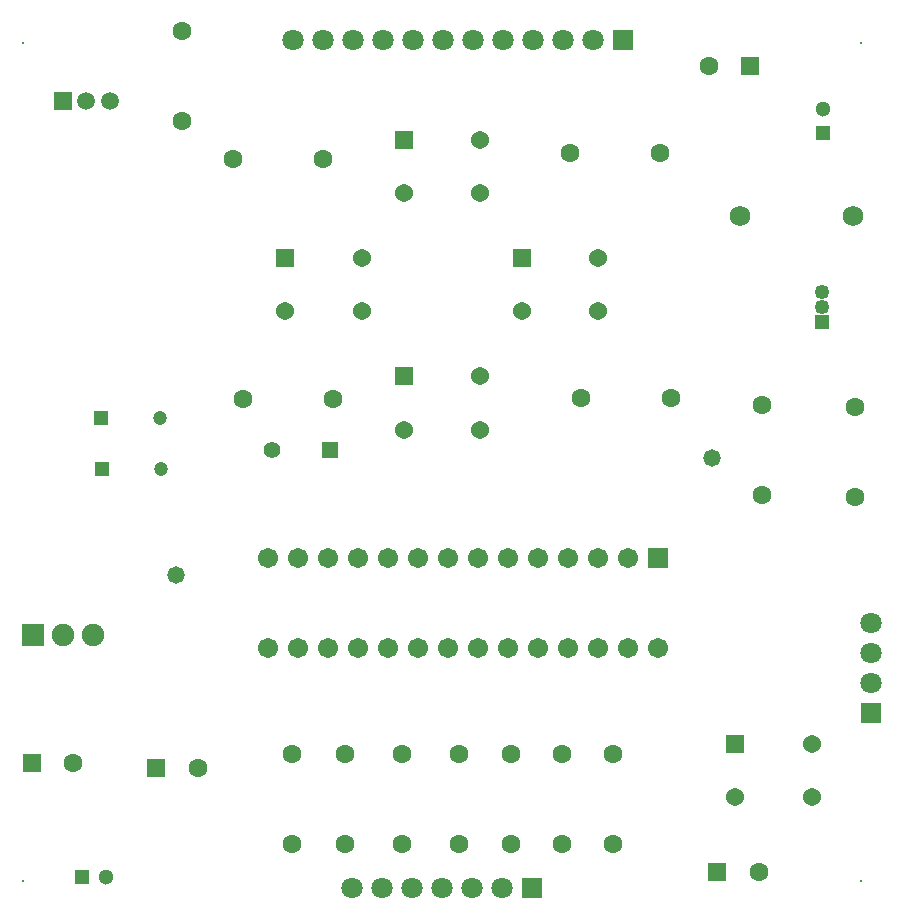
<source format=gts>
G04*
G04 #@! TF.GenerationSoftware,Altium Limited,Altium Designer,21.4.1 (30)*
G04*
G04 Layer_Color=8388736*
%FSLAX25Y25*%
%MOIN*%
G70*
G04*
G04 #@! TF.SameCoordinates,C371DEEE-1534-44D1-B208-D1612C8B0698*
G04*
G04*
G04 #@! TF.FilePolarity,Negative*
G04*
G01*
G75*
%ADD17R,0.04724X0.04724*%
%ADD18C,0.04724*%
%ADD19R,0.06706X0.06706*%
%ADD20C,0.06706*%
%ADD21C,0.00800*%
%ADD22C,0.06312*%
%ADD23C,0.07493*%
%ADD24R,0.07493X0.07493*%
%ADD25C,0.05118*%
%ADD26R,0.05118X0.05118*%
%ADD27R,0.06312X0.06312*%
%ADD28R,0.05118X0.05118*%
%ADD29C,0.06902*%
%ADD30R,0.04934X0.04934*%
%ADD31C,0.04934*%
%ADD32C,0.07099*%
%ADD33R,0.07099X0.07099*%
%ADD34C,0.06063*%
%ADD35R,0.06063X0.06063*%
%ADD36C,0.05918*%
%ADD37R,0.05918X0.05918*%
%ADD38R,0.05524X0.05524*%
%ADD39C,0.05524*%
%ADD40R,0.07099X0.07099*%
%ADD41C,0.05800*%
D17*
X43898Y172047D02*
D03*
X44094Y155118D02*
D03*
D18*
X63583Y172047D02*
D03*
X63779Y155118D02*
D03*
D19*
X229370Y125433D02*
D03*
D20*
X219370D02*
D03*
X209370D02*
D03*
X199370D02*
D03*
X189370D02*
D03*
X179370D02*
D03*
X169370D02*
D03*
X159370D02*
D03*
X149370D02*
D03*
X139370D02*
D03*
X129370D02*
D03*
X119370D02*
D03*
X109370D02*
D03*
X99370D02*
D03*
X229370Y95433D02*
D03*
X219370D02*
D03*
X209370D02*
D03*
X199370D02*
D03*
X189370D02*
D03*
X179370D02*
D03*
X169370D02*
D03*
X159370D02*
D03*
X149370D02*
D03*
X139370D02*
D03*
X129370D02*
D03*
X119370D02*
D03*
X109370D02*
D03*
X99370D02*
D03*
D21*
X17717Y17717D02*
D03*
X297244D02*
D03*
Y297244D02*
D03*
X17717D02*
D03*
D22*
X121299Y178346D02*
D03*
X91299D02*
D03*
X87756Y258465D02*
D03*
X117756D02*
D03*
X230157Y260433D02*
D03*
X200157D02*
D03*
X233898Y178740D02*
D03*
X203898D02*
D03*
X75984Y55512D02*
D03*
X34646Y57087D02*
D03*
X262992Y20669D02*
D03*
X264173Y176378D02*
D03*
Y146378D02*
D03*
X295079Y175827D02*
D03*
Y145827D02*
D03*
X246457Y289567D02*
D03*
X214496Y60079D02*
D03*
Y30079D02*
D03*
X197496Y60079D02*
D03*
Y30079D02*
D03*
X180496Y60079D02*
D03*
Y30079D02*
D03*
X162992Y60079D02*
D03*
Y30079D02*
D03*
X144094Y60079D02*
D03*
Y30079D02*
D03*
X125000Y60079D02*
D03*
Y30079D02*
D03*
X107480Y60079D02*
D03*
Y30079D02*
D03*
X70669Y301024D02*
D03*
Y271024D02*
D03*
D23*
X41299Y99803D02*
D03*
X31299D02*
D03*
D24*
X21299D02*
D03*
D25*
X45472Y19094D02*
D03*
X284449Y275000D02*
D03*
D26*
X37598Y19094D02*
D03*
D27*
X62205Y55512D02*
D03*
X20866Y57087D02*
D03*
X249213Y20669D02*
D03*
X260236Y289567D02*
D03*
D28*
X284449Y267126D02*
D03*
D29*
X256811Y239370D02*
D03*
X294370D02*
D03*
D30*
X284252Y204252D02*
D03*
D31*
Y209252D02*
D03*
Y214252D02*
D03*
D32*
X147323Y15354D02*
D03*
X167323D02*
D03*
X177323D02*
D03*
X157323D02*
D03*
X137323D02*
D03*
X127323D02*
D03*
X107913Y298031D02*
D03*
X117913D02*
D03*
X127913D02*
D03*
X147913D02*
D03*
X157913D02*
D03*
X177913D02*
D03*
X197913D02*
D03*
X207913D02*
D03*
X187913D02*
D03*
X167913D02*
D03*
X137913D02*
D03*
X300394Y103976D02*
D03*
Y93976D02*
D03*
Y83976D02*
D03*
D33*
X187323Y15354D02*
D03*
X217913Y298031D02*
D03*
D34*
X280905Y45669D02*
D03*
X255315D02*
D03*
X280905Y63386D02*
D03*
X209646Y207677D02*
D03*
X184055D02*
D03*
X209646Y225394D02*
D03*
X130906Y207677D02*
D03*
X105315D02*
D03*
X130906Y225394D02*
D03*
X170276Y168307D02*
D03*
X144685D02*
D03*
X170276Y186024D02*
D03*
Y247047D02*
D03*
X144685D02*
D03*
X170276Y264764D02*
D03*
D35*
X255315Y63386D02*
D03*
X184055Y225394D02*
D03*
X105315D02*
D03*
X144685Y186024D02*
D03*
Y264764D02*
D03*
D36*
X46850Y277756D02*
D03*
X38976D02*
D03*
D37*
X31102D02*
D03*
D38*
X120039Y161614D02*
D03*
D39*
X100827D02*
D03*
D40*
X300394Y73976D02*
D03*
D41*
X247638Y158661D02*
D03*
X68898Y119892D02*
D03*
M02*

</source>
